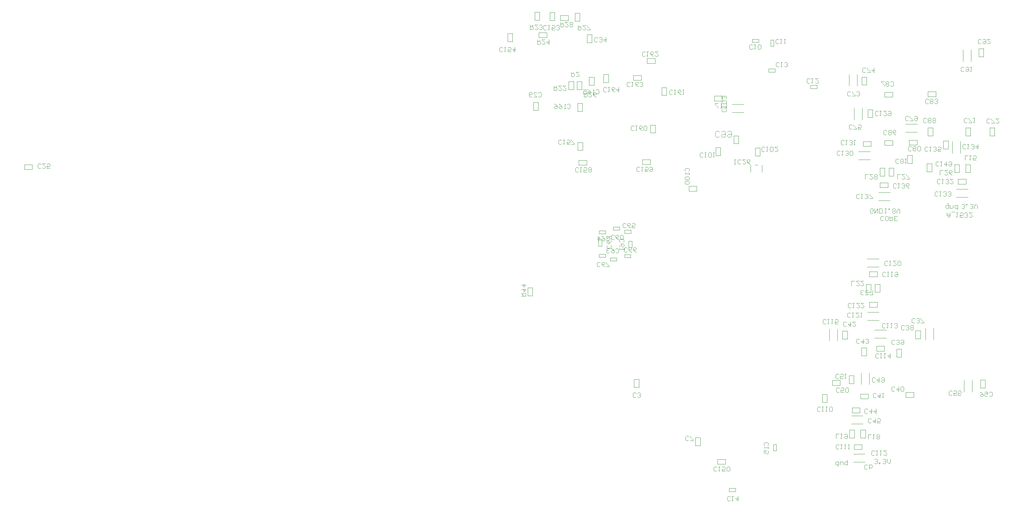
<source format=gbo>
*%FSLAX23Y23*%
*%MOIN*%
G01*
D18*
X13618Y8542D02*
X13625Y8549D01*
X13618Y8542D02*
X13603D01*
X13595Y8549D01*
Y8579D01*
X13603Y8587D01*
X13618D01*
X13625Y8579D01*
Y8564D01*
X13610D01*
X13640Y8587D02*
Y8542D01*
X13670Y8587D01*
Y8542D01*
X13685D02*
Y8587D01*
X13708D01*
X13715Y8579D01*
Y8549D01*
X13708Y8542D01*
X13685D01*
X14360Y8547D02*
Y8517D01*
X14375Y8502D01*
X14390Y8517D01*
Y8547D01*
Y8524D01*
X14360D01*
X14405Y8554D02*
X14435D01*
X14450Y8547D02*
X14465D01*
X14458D01*
Y8502D01*
X14459D01*
X14458D02*
X14450Y8509D01*
X14488Y8502D02*
X14518D01*
X14488D02*
Y8524D01*
X14503Y8517D01*
X14510D01*
X14518Y8524D01*
Y8539D01*
X14510Y8547D01*
X14495D01*
X14488Y8539D01*
X14533Y8509D02*
X14540Y8502D01*
X14555D01*
X14563Y8509D01*
Y8517D01*
X14564D01*
X14563D02*
X14564D01*
X14563D02*
X14564D01*
X14563D02*
X14555Y8524D01*
X14548D01*
X14555D01*
X14563Y8532D01*
Y8539D01*
X14555Y8547D01*
X14540D01*
X14533Y8539D01*
X14578Y8547D02*
X14608D01*
X14578D02*
X14608Y8517D01*
Y8509D01*
X14600Y8502D01*
X14585D01*
X14578Y8509D01*
X14368Y8637D02*
X14360D01*
X14368D02*
X14375Y8629D01*
Y8592D01*
X14353D01*
X14345Y8599D01*
Y8614D01*
X14353Y8622D01*
X14375D01*
X14390D02*
Y8592D01*
X14413D01*
X14420Y8599D01*
Y8622D01*
X14465D02*
Y8577D01*
Y8622D02*
X14443D01*
X14435Y8614D01*
Y8599D01*
X14443Y8592D01*
X14465D01*
X14505Y8594D02*
X14513Y8587D01*
X14528D01*
X14535Y8594D01*
Y8602D01*
X14536D01*
X14535D02*
X14536D01*
X14535D02*
X14536D01*
X14535D02*
X14528Y8609D01*
X14520D01*
X14528D01*
X14535Y8617D01*
Y8624D01*
X14528Y8632D01*
X14513D01*
X14505Y8624D01*
X14550D02*
Y8632D01*
Y8624D02*
X14558D01*
Y8632D01*
X14550D01*
X14588Y8594D02*
X14595Y8587D01*
X14610D01*
X14618Y8594D01*
Y8602D01*
X14619D01*
X14618D02*
X14619D01*
X14618D02*
X14619D01*
X14618D02*
X14610Y8609D01*
X14603D01*
X14610D01*
X14618Y8617D01*
Y8624D01*
X14610Y8632D01*
X14595D01*
X14588Y8624D01*
X14633Y8617D02*
Y8587D01*
Y8617D02*
X14648Y8632D01*
X14663Y8617D01*
Y8587D01*
X13730Y8474D02*
X13723Y8467D01*
X13708D01*
X13700Y8474D01*
Y8504D01*
X13708Y8512D01*
X13723D01*
X13730Y8504D01*
X13753Y8467D02*
X13768D01*
X13753D02*
X13745Y8474D01*
Y8504D01*
X13753Y8512D01*
X13768D01*
X13775Y8504D01*
Y8474D01*
X13768Y8467D01*
X13790D02*
Y8512D01*
Y8467D02*
X13813D01*
X13820Y8474D01*
Y8489D01*
X13813Y8497D01*
X13790D01*
X13805D02*
X13820Y8512D01*
X13835Y8467D02*
X13865D01*
X13835D02*
Y8512D01*
X13865D01*
X13850Y8489D02*
X13835D01*
X13755Y8587D02*
X13740D01*
X13748D02*
X13755D01*
X13748D02*
Y8542D01*
X13749D01*
X13748D02*
X13740Y8549D01*
X13778Y8579D02*
Y8587D01*
Y8579D02*
X13785D01*
Y8587D01*
X13778D01*
X13815Y8549D02*
X13823Y8542D01*
X13838D01*
X13845Y8549D01*
Y8557D01*
X13838Y8564D01*
X13845Y8572D01*
Y8579D01*
X13838Y8587D01*
X13823D01*
X13815Y8579D01*
Y8572D01*
X13823Y8564D01*
X13815Y8557D01*
Y8549D01*
X13823Y8564D02*
X13838D01*
X13860Y8572D02*
Y8542D01*
Y8572D02*
X13875Y8587D01*
X13890Y8572D01*
Y8542D01*
X13273Y6027D02*
X13265D01*
X13273D02*
X13280Y6034D01*
Y6072D01*
X13258D01*
X13250Y6064D01*
Y6049D01*
X13258Y6042D01*
X13280D01*
X13295D02*
Y6072D01*
X13318D01*
X13325Y6064D01*
Y6042D01*
X13370D02*
Y6087D01*
Y6042D02*
X13348D01*
X13340Y6049D01*
Y6064D01*
X13348Y6072D01*
X13370D01*
X13563Y6042D02*
X13570Y6034D01*
X13563Y6042D02*
X13548D01*
X13540Y6034D01*
Y6004D01*
X13548Y5997D01*
X13563D01*
X13570Y6004D01*
X13585Y5997D02*
Y6042D01*
X13608D01*
X13615Y6034D01*
Y6019D01*
X13608Y6012D01*
X13585D01*
X13638Y6090D02*
X13646Y6098D01*
X13661D01*
X13668Y6090D01*
Y6083D01*
X13669D01*
X13668D02*
X13669D01*
X13668D02*
X13669D01*
X13668D02*
X13661Y6075D01*
X13653D01*
X13661D01*
X13668Y6068D01*
Y6060D01*
X13661Y6053D01*
X13646D01*
X13638Y6060D01*
X13683D02*
Y6053D01*
Y6060D02*
X13691D01*
Y6053D01*
X13683D01*
X13721Y6090D02*
X13728Y6098D01*
X13743D01*
X13751Y6090D01*
Y6083D01*
X13752D01*
X13751D02*
X13752D01*
X13751D02*
X13752D01*
X13751D02*
X13743Y6075D01*
X13736D01*
X13743D01*
X13751Y6068D01*
Y6060D01*
X13743Y6053D01*
X13728D01*
X13721Y6060D01*
X13766Y6068D02*
Y6098D01*
Y6068D02*
X13781Y6053D01*
X13796Y6068D01*
Y6098D01*
X14693Y10227D02*
X14700Y10234D01*
X14693Y10227D02*
X14678D01*
X14670Y10234D01*
Y10264D01*
X14678Y10272D01*
X14693D01*
X14700Y10264D01*
X14715D02*
X14723Y10272D01*
X14738D01*
X14745Y10264D01*
Y10234D01*
X14738Y10227D01*
X14723D01*
X14715Y10234D01*
Y10242D01*
X14723Y10249D01*
X14745D01*
X14760Y10272D02*
X14790D01*
X14760D02*
X14790Y10242D01*
Y10234D01*
X14783Y10227D01*
X14768D01*
X14760Y10234D01*
X14785Y9444D02*
X14778Y9437D01*
X14763D01*
X14755Y9444D01*
Y9474D01*
X14763Y9482D01*
X14778D01*
X14785Y9474D01*
X14800Y9437D02*
X14830D01*
Y9444D01*
X14800Y9474D01*
Y9482D01*
X14845D02*
X14875D01*
X14845D02*
X14875Y9452D01*
Y9444D01*
X14868Y9437D01*
X14853D01*
X14845Y9444D01*
X14784Y6765D02*
X14777Y6757D01*
X14784Y6765D02*
X14799D01*
X14807Y6757D01*
Y6727D01*
X14799Y6720D01*
X14784D01*
X14777Y6727D01*
X14762Y6765D02*
X14732D01*
X14762D02*
Y6742D01*
X14747Y6750D01*
X14739D01*
X14732Y6742D01*
Y6727D01*
X14739Y6720D01*
X14754D01*
X14762Y6727D01*
X14702Y6757D02*
X14687Y6765D01*
X14702Y6757D02*
X14717Y6742D01*
Y6727D01*
X14709Y6720D01*
X14694D01*
X14687Y6727D01*
Y6735D01*
X14694Y6742D01*
X14717D01*
X14522Y9951D02*
X14529Y9958D01*
X14522Y9951D02*
X14507D01*
X14499Y9958D01*
Y9988D01*
X14507Y9996D01*
X14522D01*
X14529Y9988D01*
X14544D02*
X14552Y9996D01*
X14567D01*
X14574Y9988D01*
Y9958D01*
X14567Y9951D01*
X14552D01*
X14544Y9958D01*
Y9966D01*
X14552Y9973D01*
X14574D01*
X14589Y9996D02*
X14604D01*
X14597D01*
Y9951D01*
X14598D01*
X14597D02*
X14589Y9958D01*
X14175Y9639D02*
X14168Y9632D01*
X14153D01*
X14145Y9639D01*
Y9669D01*
X14153Y9677D01*
X14168D01*
X14175Y9669D01*
X14190Y9639D02*
X14198Y9632D01*
X14213D01*
X14220Y9639D01*
Y9647D01*
X14213Y9654D01*
X14220Y9662D01*
Y9669D01*
X14213Y9677D01*
X14198D01*
X14190Y9669D01*
Y9662D01*
X14198Y9654D01*
X14190Y9647D01*
Y9639D01*
X14198Y9654D02*
X14213D01*
X14235Y9639D02*
X14243Y9632D01*
X14258D01*
X14265Y9639D01*
Y9647D01*
X14266D01*
X14265D02*
X14266D01*
X14265D02*
X14266D01*
X14265D02*
X14258Y9654D01*
X14250D01*
X14258D01*
X14265Y9662D01*
Y9669D01*
X14258Y9677D01*
X14243D01*
X14235Y9669D01*
X13400Y9714D02*
X13393Y9707D01*
X13378D01*
X13370Y9714D01*
Y9744D01*
X13378Y9752D01*
X13393D01*
X13400Y9744D01*
X13415Y9707D02*
X13445D01*
Y9714D01*
X13415Y9744D01*
Y9752D01*
X13460Y9714D02*
X13468Y9707D01*
X13483D01*
X13490Y9714D01*
Y9722D01*
X13491D01*
X13490D02*
X13491D01*
X13490D02*
X13491D01*
X13490D02*
X13483Y9729D01*
X13475D01*
X13483D01*
X13490Y9737D01*
Y9744D01*
X13483Y9752D01*
X13468D01*
X13460Y9744D01*
X14538Y9182D02*
X14545Y9189D01*
X14538Y9182D02*
X14523D01*
X14515Y9189D01*
Y9219D01*
X14523Y9227D01*
X14538D01*
X14545Y9219D01*
X14560Y9227D02*
X14575D01*
X14568D01*
Y9182D01*
X14569D01*
X14568D02*
X14560Y9189D01*
X14598D02*
X14605Y9182D01*
X14620D01*
X14628Y9189D01*
Y9197D01*
X14629D01*
X14628D02*
X14629D01*
X14628D02*
X14629D01*
X14628D02*
X14620Y9204D01*
X14613D01*
X14620D01*
X14628Y9212D01*
Y9219D01*
X14620Y9227D01*
X14605D01*
X14598Y9219D01*
X14665Y9227D02*
Y9182D01*
X14643Y9204D01*
X14673D01*
X14537Y9116D02*
Y9071D01*
Y9116D02*
X14567D01*
X14582D02*
X14597D01*
X14590D01*
Y9071D01*
X14591D01*
X14590D02*
X14582Y9078D01*
X14620Y9071D02*
X14650D01*
X14620D02*
Y9093D01*
X14635Y9086D01*
X14642D01*
X14650Y9093D01*
Y9108D01*
X14642Y9116D01*
X14627D01*
X14620Y9108D01*
X14278Y9018D02*
X14271Y9011D01*
X14256D01*
X14248Y9018D01*
Y9048D01*
X14256Y9056D01*
X14271D01*
X14278Y9048D01*
X14293Y9056D02*
X14308D01*
X14301D01*
Y9011D01*
X14302D01*
X14301D02*
X14293Y9018D01*
X14353Y9011D02*
Y9056D01*
X14331Y9033D02*
X14353Y9011D01*
X14361Y9033D02*
X14331D01*
X14376Y9048D02*
X14383Y9056D01*
X14398D01*
X14406Y9048D01*
Y9018D01*
X14398Y9011D01*
X14383D01*
X14376Y9018D01*
Y9026D01*
X14383Y9033D01*
X14406D01*
X14289Y8968D02*
Y8923D01*
Y8968D02*
X14319D01*
X14334D02*
X14364D01*
X14334D02*
X14364Y8938D01*
Y8930D01*
X14357Y8923D01*
X14342D01*
X14334Y8930D01*
X14394D02*
X14409Y8923D01*
X14394Y8930D02*
X14379Y8945D01*
Y8960D01*
X14387Y8968D01*
X14402D01*
X14409Y8960D01*
Y8953D01*
X14402Y8945D01*
X14379D01*
X14292Y8842D02*
X14285Y8835D01*
X14270D01*
X14262Y8842D01*
Y8872D01*
X14270Y8880D01*
X14285D01*
X14292Y8872D01*
X14307Y8880D02*
X14322D01*
X14315D01*
Y8835D01*
X14316D01*
X14315D02*
X14307Y8842D01*
X14345D02*
X14352Y8835D01*
X14367D01*
X14375Y8842D01*
Y8850D01*
X14376D01*
X14375D02*
X14376D01*
X14375D02*
X14376D01*
X14375D02*
X14367Y8857D01*
X14360D01*
X14367D01*
X14375Y8865D01*
Y8872D01*
X14367Y8880D01*
X14352D01*
X14345Y8872D01*
X14390Y8880D02*
X14420D01*
X14390D02*
X14420Y8850D01*
Y8842D01*
X14412Y8835D01*
X14397D01*
X14390Y8842D01*
X14270Y8719D02*
X14263Y8712D01*
X14248D01*
X14240Y8719D01*
Y8749D01*
X14248Y8757D01*
X14263D01*
X14270Y8749D01*
X14285Y8757D02*
X14300D01*
X14293D01*
Y8712D01*
X14294D01*
X14293D02*
X14285Y8719D01*
X14323D02*
X14330Y8712D01*
X14345D01*
X14353Y8719D01*
Y8727D01*
X14354D01*
X14353D02*
X14354D01*
X14353D02*
X14354D01*
X14353D02*
X14345Y8734D01*
X14338D01*
X14345D01*
X14353Y8742D01*
Y8749D01*
X14345Y8757D01*
X14330D01*
X14323Y8749D01*
X14368Y8719D02*
X14375Y8712D01*
X14390D01*
X14398Y8719D01*
Y8727D01*
X14399D01*
X14398D02*
X14399D01*
X14398D02*
X14399D01*
X14398D02*
X14390Y8734D01*
X14383D01*
X14390D01*
X14398Y8742D01*
Y8749D01*
X14390Y8757D01*
X14375D01*
X14368Y8749D01*
X13865Y8882D02*
Y8927D01*
X13895D01*
X13910D02*
X13940D01*
X13910D02*
X13940Y8897D01*
Y8889D01*
X13933Y8882D01*
X13918D01*
X13910Y8889D01*
X13955Y8882D02*
X13985D01*
Y8889D01*
X13955Y8919D01*
Y8927D01*
X14163Y9157D02*
X14170Y9164D01*
X14163Y9157D02*
X14148D01*
X14140Y9164D01*
Y9194D01*
X14148Y9202D01*
X14163D01*
X14170Y9194D01*
X14185Y9202D02*
X14200D01*
X14193D01*
Y9157D01*
X14194D01*
X14193D02*
X14185Y9164D01*
X14223D02*
X14230Y9157D01*
X14245D01*
X14253Y9164D01*
Y9172D01*
X14254D01*
X14253D02*
X14254D01*
X14253D02*
X14254D01*
X14253D02*
X14245Y9179D01*
X14238D01*
X14245D01*
X14253Y9187D01*
Y9194D01*
X14245Y9202D01*
X14230D01*
X14223Y9194D01*
X14268Y9157D02*
X14298D01*
X14268D02*
Y9179D01*
X14283Y9172D01*
X14290D01*
X14298Y9179D01*
Y9194D01*
X14290Y9202D01*
X14275D01*
X14268Y9194D01*
X14553Y9442D02*
X14560Y9449D01*
X14553Y9442D02*
X14538D01*
X14530Y9449D01*
Y9479D01*
X14538Y9487D01*
X14553D01*
X14560Y9479D01*
X14575Y9442D02*
X14605D01*
Y9449D01*
X14575Y9479D01*
Y9487D01*
X14620D02*
X14635D01*
X14628D01*
Y9442D01*
X14629D01*
X14628D02*
X14620Y9449D01*
X13975Y9469D02*
X13968Y9462D01*
X13953D01*
X13945Y9469D01*
Y9499D01*
X13953Y9507D01*
X13968D01*
X13975Y9499D01*
X13990Y9462D02*
X14020D01*
Y9469D01*
X13990Y9499D01*
Y9507D01*
X14035Y9499D02*
X14043Y9507D01*
X14058D01*
X14065Y9499D01*
Y9469D01*
X14058Y9462D01*
X14043D01*
X14035Y9469D01*
Y9477D01*
X14043Y9484D01*
X14065D01*
X13880Y9044D02*
X13873Y9037D01*
X13858D01*
X13850Y9044D01*
Y9074D01*
X13858Y9082D01*
X13873D01*
X13880Y9074D01*
X13895Y9044D02*
X13903Y9037D01*
X13918D01*
X13925Y9044D01*
Y9052D01*
X13918Y9059D01*
X13925Y9067D01*
Y9074D01*
X13918Y9082D01*
X13903D01*
X13895Y9074D01*
Y9067D01*
X13903Y9059D01*
X13895Y9052D01*
Y9044D01*
X13903Y9059D02*
X13918D01*
X13940Y9082D02*
X13955D01*
X13948D01*
Y9037D01*
X13949D01*
X13948D02*
X13940Y9044D01*
X13998Y9162D02*
X14005Y9169D01*
X13998Y9162D02*
X13983D01*
X13975Y9169D01*
Y9199D01*
X13983Y9207D01*
X13998D01*
X14005Y9199D01*
X14020Y9169D02*
X14028Y9162D01*
X14043D01*
X14050Y9169D01*
Y9177D01*
X14043Y9184D01*
X14050Y9192D01*
Y9199D01*
X14043Y9207D01*
X14028D01*
X14020Y9199D01*
Y9192D01*
X14028Y9184D01*
X14020Y9177D01*
Y9169D01*
X14028Y9184D02*
X14043D01*
X14065Y9169D02*
X14073Y9162D01*
X14088D01*
X14095Y9169D01*
Y9199D01*
X14088Y9207D01*
X14073D01*
X14065Y9199D01*
Y9169D01*
X14148Y9442D02*
X14155Y9449D01*
X14148Y9442D02*
X14133D01*
X14125Y9449D01*
Y9479D01*
X14133Y9487D01*
X14148D01*
X14155Y9479D01*
X14170Y9449D02*
X14178Y9442D01*
X14193D01*
X14200Y9449D01*
Y9457D01*
X14193Y9464D01*
X14200Y9472D01*
Y9479D01*
X14193Y9487D01*
X14178D01*
X14170Y9479D01*
Y9472D01*
X14178Y9464D01*
X14170Y9457D01*
Y9449D01*
X14178Y9464D02*
X14193D01*
X14215Y9449D02*
X14223Y9442D01*
X14238D01*
X14245Y9449D01*
Y9457D01*
X14238Y9464D01*
X14245Y9472D01*
Y9479D01*
X14238Y9487D01*
X14223D01*
X14215Y9479D01*
Y9472D01*
X14223Y9464D01*
X14215Y9457D01*
Y9449D01*
X14223Y9464D02*
X14238D01*
X13855Y8799D02*
X13848Y8792D01*
X13833D01*
X13825Y8799D01*
Y8829D01*
X13833Y8837D01*
X13848D01*
X13855Y8829D01*
X13870Y8837D02*
X13885D01*
X13878D01*
Y8792D01*
X13879D01*
X13878D02*
X13870Y8799D01*
X13908D02*
X13915Y8792D01*
X13930D01*
X13938Y8799D01*
Y8807D01*
X13939D01*
X13938D02*
X13939D01*
X13938D02*
X13939D01*
X13938D02*
X13930Y8814D01*
X13923D01*
X13930D01*
X13938Y8822D01*
Y8829D01*
X13930Y8837D01*
X13915D01*
X13908Y8829D01*
X13968Y8799D02*
X13983Y8792D01*
X13968Y8799D02*
X13953Y8814D01*
Y8829D01*
X13960Y8837D01*
X13975D01*
X13983Y8829D01*
Y8822D01*
X13975Y8814D01*
X13953D01*
X13490Y8694D02*
X13483Y8687D01*
X13468D01*
X13460Y8694D01*
Y8724D01*
X13468Y8732D01*
X13483D01*
X13490Y8724D01*
X13505Y8732D02*
X13520D01*
X13513D01*
Y8687D01*
X13514D01*
X13513D02*
X13505Y8694D01*
X13543D02*
X13550Y8687D01*
X13565D01*
X13573Y8694D01*
Y8702D01*
X13574D01*
X13573D02*
X13574D01*
X13573D02*
X13574D01*
X13573D02*
X13565Y8709D01*
X13558D01*
X13565D01*
X13573Y8717D01*
Y8724D01*
X13565Y8732D01*
X13550D01*
X13543Y8724D01*
X13588Y8687D02*
X13618D01*
Y8694D01*
X13588Y8724D01*
Y8732D01*
X13753Y9322D02*
X13760Y9329D01*
X13753Y9322D02*
X13738D01*
X13730Y9329D01*
Y9359D01*
X13738Y9367D01*
X13753D01*
X13760Y9359D01*
X13775Y9329D02*
X13783Y9322D01*
X13798D01*
X13805Y9329D01*
Y9337D01*
X13798Y9344D01*
X13805Y9352D01*
Y9359D01*
X13798Y9367D01*
X13783D01*
X13775Y9359D01*
Y9352D01*
X13783Y9344D01*
X13775Y9337D01*
Y9329D01*
X13783Y9344D02*
X13798D01*
X13835Y9329D02*
X13850Y9322D01*
X13835Y9329D02*
X13820Y9344D01*
Y9359D01*
X13828Y9367D01*
X13843D01*
X13850Y9359D01*
Y9352D01*
X13843Y9344D01*
X13820D01*
X13795Y9844D02*
X13802Y9851D01*
X13817D01*
X13825Y9844D01*
Y9814D01*
X13817Y9806D01*
X13802D01*
X13795Y9814D01*
X13780Y9844D02*
X13772Y9851D01*
X13757D01*
X13750Y9844D01*
Y9836D01*
X13757Y9829D01*
X13750Y9821D01*
Y9814D01*
X13757Y9806D01*
X13772D01*
X13780Y9814D01*
Y9821D01*
X13772Y9829D01*
X13780Y9836D01*
Y9844D01*
X13772Y9829D02*
X13757D01*
X13735Y9851D02*
X13705D01*
Y9844D01*
X13735Y9814D01*
Y9806D01*
X13295Y9124D02*
X13288Y9117D01*
X13273D01*
X13265Y9124D01*
Y9154D01*
X13273Y9162D01*
X13288D01*
X13295Y9154D01*
X13310Y9162D02*
X13325D01*
X13318D01*
Y9117D01*
X13319D01*
X13318D02*
X13310Y9124D01*
X13348D02*
X13355Y9117D01*
X13370D01*
X13378Y9124D01*
Y9132D01*
X13379D01*
X13378D02*
X13379D01*
X13378D02*
X13379D01*
X13378D02*
X13370Y9139D01*
X13363D01*
X13370D01*
X13378Y9147D01*
Y9154D01*
X13370Y9162D01*
X13355D01*
X13348Y9154D01*
X13393Y9124D02*
X13400Y9117D01*
X13415D01*
X13423Y9124D01*
Y9154D01*
X13415Y9162D01*
X13400D01*
X13393Y9154D01*
Y9124D01*
X13545Y8927D02*
Y8882D01*
Y8927D02*
X13575D01*
X13590D02*
X13620D01*
X13590D02*
X13620Y8897D01*
Y8889D01*
X13613Y8882D01*
X13598D01*
X13590Y8889D01*
X13635D02*
X13643Y8882D01*
X13658D01*
X13665Y8889D01*
Y8897D01*
X13658Y8904D01*
X13665Y8912D01*
Y8919D01*
X13658Y8927D01*
X13643D01*
X13635Y8919D01*
Y8912D01*
X13643Y8904D01*
X13635Y8897D01*
Y8889D01*
X13643Y8904D02*
X13658D01*
X13543Y9942D02*
X13550Y9949D01*
X13543Y9942D02*
X13528D01*
X13520Y9949D01*
Y9979D01*
X13528Y9987D01*
X13543D01*
X13550Y9979D01*
X13565Y9942D02*
X13595D01*
Y9949D01*
X13565Y9979D01*
Y9987D01*
X13633D02*
Y9942D01*
X13610Y9964D01*
X13640D01*
X13675Y9519D02*
X13668Y9512D01*
X13653D01*
X13645Y9519D01*
Y9549D01*
X13653Y9557D01*
X13668D01*
X13675Y9549D01*
X13690Y9557D02*
X13705D01*
X13698D01*
Y9512D01*
X13699D01*
X13698D02*
X13690Y9519D01*
X13728Y9557D02*
X13758D01*
X13728D02*
X13758Y9527D01*
Y9519D01*
X13750Y9512D01*
X13735D01*
X13728Y9519D01*
X13773Y9549D02*
X13780Y9557D01*
X13795D01*
X13803Y9549D01*
Y9519D01*
X13795Y9512D01*
X13780D01*
X13773Y9519D01*
Y9527D01*
X13780Y9534D01*
X13803D01*
X13415Y9384D02*
X13408Y9377D01*
X13393D01*
X13385Y9384D01*
Y9414D01*
X13393Y9422D01*
X13408D01*
X13415Y9414D01*
X13430Y9377D02*
X13460D01*
Y9384D01*
X13430Y9414D01*
Y9422D01*
X13475Y9377D02*
X13505D01*
X13475D02*
Y9399D01*
X13490Y9392D01*
X13498D01*
X13505Y9399D01*
Y9414D01*
X13498Y9422D01*
X13483D01*
X13475Y9414D01*
X13335Y9229D02*
X13328Y9222D01*
X13313D01*
X13305Y9229D01*
Y9259D01*
X13313Y9267D01*
X13328D01*
X13335Y9259D01*
X13350Y9267D02*
X13365D01*
X13358D01*
Y9222D01*
X13359D01*
X13358D02*
X13350Y9229D01*
X13388D02*
X13395Y9222D01*
X13410D01*
X13418Y9229D01*
Y9237D01*
X13419D01*
X13418D02*
X13419D01*
X13418D02*
X13419D01*
X13418D02*
X13410Y9244D01*
X13403D01*
X13410D01*
X13418Y9252D01*
Y9259D01*
X13410Y9267D01*
X13395D01*
X13388Y9259D01*
X13433Y9267D02*
X13448D01*
X13440D01*
Y9222D01*
X13441D01*
X13440D02*
X13433Y9229D01*
X13619Y7776D02*
Y7731D01*
X13589D01*
X13574D02*
X13544D01*
X13574D02*
X13544Y7761D01*
Y7768D01*
X13551Y7776D01*
X13566D01*
X13574Y7768D01*
X13529D02*
X13521Y7776D01*
X13506D01*
X13499Y7768D01*
Y7761D01*
X13500D01*
X13499D02*
X13500D01*
X13499D02*
X13500D01*
X13499D02*
X13506Y7753D01*
X13514D01*
X13506D01*
X13499Y7746D01*
Y7738D01*
X13506Y7731D01*
X13521D01*
X13529Y7738D01*
X13763Y8022D02*
X13770Y8029D01*
X13763Y8022D02*
X13748D01*
X13740Y8029D01*
Y8059D01*
X13748Y8067D01*
X13763D01*
X13770Y8059D01*
X13785Y8067D02*
X13800D01*
X13793D01*
Y8022D01*
X13794D01*
X13793D02*
X13785Y8029D01*
X13823Y8067D02*
X13853D01*
X13823D02*
X13853Y8037D01*
Y8029D01*
X13845Y8022D01*
X13830D01*
X13823Y8029D01*
X13868D02*
X13875Y8022D01*
X13890D01*
X13898Y8029D01*
Y8059D01*
X13890Y8067D01*
X13875D01*
X13868Y8059D01*
Y8029D01*
X13750Y7919D02*
X13743Y7912D01*
X13728D01*
X13720Y7919D01*
Y7949D01*
X13728Y7957D01*
X13743D01*
X13750Y7949D01*
X13765Y7957D02*
X13780D01*
X13773D01*
Y7912D01*
X13774D01*
X13773D02*
X13765Y7919D01*
X13803Y7957D02*
X13818D01*
X13810D01*
Y7912D01*
X13811D01*
X13810D02*
X13803Y7919D01*
X13840Y7949D02*
X13848Y7957D01*
X13863D01*
X13870Y7949D01*
Y7919D01*
X13863Y7912D01*
X13848D01*
X13840Y7919D01*
Y7927D01*
X13848Y7934D01*
X13870D01*
X14410Y6739D02*
X14403Y6732D01*
X14388D01*
X14380Y6739D01*
Y6769D01*
X14388Y6777D01*
X14403D01*
X14410Y6769D01*
X14425Y6732D02*
X14455D01*
X14425D02*
Y6754D01*
X14440Y6747D01*
X14448D01*
X14455Y6754D01*
Y6769D01*
X14448Y6777D01*
X14433D01*
X14425Y6769D01*
X14470Y6732D02*
X14500D01*
X14470D02*
Y6754D01*
X14485Y6747D01*
X14493D01*
X14500Y6754D01*
Y6769D01*
X14493Y6777D01*
X14478D01*
X14470Y6769D01*
X13840Y6779D02*
X13833Y6772D01*
X13818D01*
X13810Y6779D01*
Y6809D01*
X13818Y6817D01*
X13833D01*
X13840Y6809D01*
X13878Y6817D02*
Y6772D01*
X13855Y6794D01*
X13885D01*
X13900Y6779D02*
X13908Y6772D01*
X13923D01*
X13930Y6779D01*
Y6809D01*
X13923Y6817D01*
X13908D01*
X13900Y6809D01*
Y6779D01*
X13655Y6714D02*
X13648Y6707D01*
X13633D01*
X13625Y6714D01*
Y6744D01*
X13633Y6752D01*
X13648D01*
X13655Y6744D01*
X13693Y6752D02*
Y6707D01*
X13670Y6729D01*
X13700D01*
X13715Y6752D02*
X13730D01*
X13723D01*
Y6707D01*
X13724D01*
X13723D02*
X13715Y6714D01*
X13483Y7247D02*
X13490Y7254D01*
X13483Y7247D02*
X13468D01*
X13460Y7254D01*
Y7284D01*
X13468Y7292D01*
X13483D01*
X13490Y7284D01*
X13528Y7292D02*
Y7247D01*
X13505Y7269D01*
X13535D01*
X13550Y7254D02*
X13558Y7247D01*
X13573D01*
X13580Y7254D01*
Y7262D01*
X13581D01*
X13580D02*
X13581D01*
X13580D02*
X13581D01*
X13580D02*
X13573Y7269D01*
X13565D01*
X13573D01*
X13580Y7277D01*
Y7284D01*
X13573Y7292D01*
X13558D01*
X13550Y7284D01*
X13155Y7449D02*
X13148Y7442D01*
X13133D01*
X13125Y7449D01*
Y7479D01*
X13133Y7487D01*
X13148D01*
X13155Y7479D01*
X13170Y7487D02*
X13185D01*
X13178D01*
Y7442D01*
X13179D01*
X13178D02*
X13170Y7449D01*
X13208Y7487D02*
X13223D01*
X13215D01*
Y7442D01*
X13216D01*
X13215D02*
X13208Y7449D01*
X13245Y7442D02*
X13275D01*
X13245D02*
Y7464D01*
X13260Y7457D01*
X13268D01*
X13275Y7464D01*
Y7479D01*
X13268Y7487D01*
X13253D01*
X13245Y7479D01*
X13353Y7417D02*
X13360Y7424D01*
X13353Y7417D02*
X13338D01*
X13330Y7424D01*
Y7454D01*
X13338Y7462D01*
X13353D01*
X13360Y7454D01*
X13398Y7462D02*
Y7417D01*
X13375Y7439D01*
X13405D01*
X13420Y7462D02*
X13450D01*
X13420D02*
X13450Y7432D01*
Y7424D01*
X13443Y7417D01*
X13428D01*
X13420Y7424D01*
X13410Y7822D02*
Y7867D01*
X13440D01*
X13455D02*
X13485D01*
X13455D02*
X13485Y7837D01*
Y7829D01*
X13478Y7822D01*
X13463D01*
X13455Y7829D01*
X13500Y7867D02*
X13530D01*
X13500D02*
X13530Y7837D01*
Y7829D01*
X13523Y7822D01*
X13508D01*
X13500Y7829D01*
X13745Y7409D02*
X13738Y7402D01*
X13723D01*
X13715Y7409D01*
Y7439D01*
X13723Y7447D01*
X13738D01*
X13745Y7439D01*
X13760Y7447D02*
X13775D01*
X13768D01*
Y7402D01*
X13769D01*
X13768D02*
X13760Y7409D01*
X13798Y7447D02*
X13813D01*
X13805D01*
Y7402D01*
X13806D01*
X13805D02*
X13798Y7409D01*
X13835D02*
X13843Y7402D01*
X13858D01*
X13865Y7409D01*
Y7417D01*
X13866D01*
X13865D02*
X13866D01*
X13865D02*
X13866D01*
X13865D02*
X13858Y7424D01*
X13850D01*
X13858D01*
X13865Y7432D01*
Y7439D01*
X13858Y7447D01*
X13843D01*
X13835Y7439D01*
X13680Y7109D02*
X13673Y7102D01*
X13658D01*
X13650Y7109D01*
Y7139D01*
X13658Y7147D01*
X13673D01*
X13680Y7139D01*
X13695Y7147D02*
X13710D01*
X13703D01*
Y7102D01*
X13704D01*
X13703D02*
X13695Y7109D01*
X13733Y7147D02*
X13748D01*
X13740D01*
Y7102D01*
X13741D01*
X13740D02*
X13733Y7109D01*
X13793Y7102D02*
Y7147D01*
X13770Y7124D02*
X13793Y7102D01*
X13800Y7124D02*
X13770D01*
X13393Y7507D02*
X13400Y7514D01*
X13393Y7507D02*
X13378D01*
X13370Y7514D01*
Y7544D01*
X13378Y7552D01*
X13393D01*
X13400Y7544D01*
X13415Y7552D02*
X13430D01*
X13423D01*
Y7507D01*
X13424D01*
X13423D02*
X13415Y7514D01*
X13453Y7552D02*
X13483D01*
X13453D02*
X13483Y7522D01*
Y7514D01*
X13475Y7507D01*
X13460D01*
X13453Y7514D01*
X13498Y7552D02*
X13513D01*
X13505D01*
Y7507D01*
X13506D01*
X13505D02*
X13498Y7514D01*
X13405Y7609D02*
X13398Y7602D01*
X13383D01*
X13375Y7609D01*
Y7639D01*
X13383Y7647D01*
X13398D01*
X13405Y7639D01*
X13420Y7647D02*
X13435D01*
X13428D01*
Y7602D01*
X13429D01*
X13428D02*
X13420Y7609D01*
X13458Y7647D02*
X13488D01*
X13458D02*
X13488Y7617D01*
Y7609D01*
X13480Y7602D01*
X13465D01*
X13458Y7609D01*
X13503Y7647D02*
X13533D01*
X13503D02*
X13533Y7617D01*
Y7609D01*
X13525Y7602D01*
X13510D01*
X13503Y7609D01*
X13840Y7244D02*
X13833Y7237D01*
X13818D01*
X13810Y7244D01*
Y7274D01*
X13818Y7282D01*
X13833D01*
X13840Y7274D01*
X13855Y7244D02*
X13863Y7237D01*
X13878D01*
X13885Y7244D01*
Y7252D01*
X13886D01*
X13885D02*
X13886D01*
X13885D02*
X13886D01*
X13885D02*
X13878Y7259D01*
X13870D01*
X13878D01*
X13885Y7267D01*
Y7274D01*
X13878Y7282D01*
X13863D01*
X13855Y7274D01*
X13900D02*
X13908Y7282D01*
X13923D01*
X13930Y7274D01*
Y7244D01*
X13923Y7237D01*
X13908D01*
X13900Y7244D01*
Y7252D01*
X13908Y7259D01*
X13930D01*
X13928Y7382D02*
X13935Y7389D01*
X13928Y7382D02*
X13913D01*
X13905Y7389D01*
Y7419D01*
X13913Y7427D01*
X13928D01*
X13935Y7419D01*
X13950Y7389D02*
X13958Y7382D01*
X13973D01*
X13980Y7389D01*
Y7397D01*
X13981D01*
X13980D02*
X13981D01*
X13980D02*
X13981D01*
X13980D02*
X13973Y7404D01*
X13965D01*
X13973D01*
X13980Y7412D01*
Y7419D01*
X13973Y7427D01*
X13958D01*
X13950Y7419D01*
X13995Y7389D02*
X14003Y7382D01*
X14018D01*
X14025Y7389D01*
Y7397D01*
X14018Y7404D01*
X14025Y7412D01*
Y7419D01*
X14018Y7427D01*
X14003D01*
X13995Y7419D01*
Y7412D01*
X14003Y7404D01*
X13995Y7397D01*
Y7389D01*
X14003Y7404D02*
X14018D01*
X14033Y7452D02*
X14040Y7459D01*
X14033Y7452D02*
X14018D01*
X14010Y7459D01*
Y7489D01*
X14018Y7497D01*
X14033D01*
X14040Y7489D01*
X14055Y7459D02*
X14063Y7452D01*
X14078D01*
X14085Y7459D01*
Y7467D01*
X14086D01*
X14085D02*
X14086D01*
X14085D02*
X14086D01*
X14085D02*
X14078Y7474D01*
X14070D01*
X14078D01*
X14085Y7482D01*
Y7489D01*
X14078Y7497D01*
X14063D01*
X14055Y7489D01*
X14100Y7452D02*
X14130D01*
Y7459D01*
X14100Y7489D01*
Y7497D01*
X13645Y6869D02*
X13638Y6862D01*
X13623D01*
X13615Y6869D01*
Y6899D01*
X13623Y6907D01*
X13638D01*
X13645Y6899D01*
X13683Y6907D02*
Y6862D01*
X13660Y6884D01*
X13690D01*
X13705Y6899D02*
X13713Y6907D01*
X13728D01*
X13735Y6899D01*
Y6869D01*
X13728Y6862D01*
X13713D01*
X13705Y6869D01*
Y6877D01*
X13713Y6884D01*
X13735D01*
X13288Y6769D02*
X13281Y6762D01*
X13266D01*
X13258Y6769D01*
Y6799D01*
X13266Y6807D01*
X13281D01*
X13288Y6799D01*
X13303Y6762D02*
X13333D01*
X13303D02*
Y6784D01*
X13318Y6777D01*
X13326D01*
X13333Y6784D01*
Y6799D01*
X13326Y6807D01*
X13311D01*
X13303Y6799D01*
X13348Y6769D02*
X13356Y6762D01*
X13371D01*
X13378Y6769D01*
Y6799D01*
X13371Y6807D01*
X13356D01*
X13348Y6799D01*
Y6769D01*
X13274Y6899D02*
X13281Y6906D01*
X13274Y6899D02*
X13259D01*
X13251Y6906D01*
Y6936D01*
X13259Y6944D01*
X13274D01*
X13281Y6936D01*
X13296Y6899D02*
X13326D01*
X13296D02*
Y6921D01*
X13311Y6914D01*
X13319D01*
X13326Y6921D01*
Y6936D01*
X13319Y6944D01*
X13304D01*
X13296Y6936D01*
X13341Y6944D02*
X13356D01*
X13349D01*
Y6899D01*
X13350D01*
X13349D02*
X13341Y6906D01*
X13638Y6143D02*
X13631Y6136D01*
X13616D01*
X13608Y6143D01*
Y6173D01*
X13616Y6181D01*
X13631D01*
X13638Y6173D01*
X13653Y6181D02*
X13668D01*
X13661D01*
Y6136D01*
X13662D01*
X13661D02*
X13653Y6143D01*
X13691Y6181D02*
X13706D01*
X13698D01*
Y6136D01*
X13699D01*
X13698D02*
X13691Y6143D01*
X13728Y6181D02*
X13758D01*
X13728D02*
X13758Y6151D01*
Y6143D01*
X13751Y6136D01*
X13736D01*
X13728Y6143D01*
X13563Y6552D02*
X13570Y6559D01*
X13563Y6552D02*
X13548D01*
X13540Y6559D01*
Y6589D01*
X13548Y6597D01*
X13563D01*
X13570Y6589D01*
X13608Y6597D02*
Y6552D01*
X13585Y6574D01*
X13615D01*
X13653Y6597D02*
Y6552D01*
X13630Y6574D01*
X13660D01*
X13606Y6464D02*
X13599Y6457D01*
X13584D01*
X13576Y6464D01*
Y6494D01*
X13584Y6502D01*
X13599D01*
X13606Y6494D01*
X13644Y6502D02*
Y6457D01*
X13621Y6479D01*
X13651D01*
X13666Y6457D02*
X13696D01*
X13666D02*
Y6479D01*
X13681Y6472D01*
X13689D01*
X13696Y6479D01*
Y6494D01*
X13689Y6502D01*
X13674D01*
X13666Y6494D01*
X13576Y6342D02*
Y6297D01*
Y6342D02*
X13606D01*
X13621D02*
X13636D01*
X13629D01*
Y6297D01*
X13630D01*
X13629D02*
X13621Y6304D01*
X13659D02*
X13666Y6297D01*
X13681D01*
X13689Y6304D01*
Y6312D01*
X13681Y6319D01*
X13689Y6327D01*
Y6334D01*
X13681Y6342D01*
X13666D01*
X13659Y6334D01*
Y6327D01*
X13666Y6319D01*
X13659Y6312D01*
Y6304D01*
X13666Y6319D02*
X13681D01*
X13255Y6302D02*
Y6347D01*
X13285D01*
X13300D02*
X13315D01*
X13308D01*
Y6302D01*
X13309D01*
X13308D02*
X13300Y6309D01*
X13338Y6339D02*
X13345Y6347D01*
X13360D01*
X13368Y6339D01*
Y6309D01*
X13360Y6302D01*
X13345D01*
X13338Y6309D01*
Y6317D01*
X13345Y6324D01*
X13368D01*
X13285Y6204D02*
X13278Y6197D01*
X13263D01*
X13255Y6204D01*
Y6234D01*
X13263Y6242D01*
X13278D01*
X13285Y6234D01*
X13300Y6242D02*
X13315D01*
X13308D01*
Y6197D01*
X13309D01*
X13308D02*
X13300Y6204D01*
X13338Y6242D02*
X13353D01*
X13345D01*
Y6197D01*
X13346D01*
X13345D02*
X13338Y6204D01*
X13375Y6242D02*
X13390D01*
X13383D01*
Y6197D01*
X13384D01*
X13383D02*
X13375Y6204D01*
X13093Y6572D02*
X13100Y6579D01*
X13093Y6572D02*
X13078D01*
X13070Y6579D01*
Y6609D01*
X13078Y6617D01*
X13093D01*
X13100Y6609D01*
X13115Y6617D02*
X13130D01*
X13123D01*
Y6572D01*
X13124D01*
X13123D02*
X13115Y6579D01*
X13153Y6617D02*
X13168D01*
X13160D01*
Y6572D01*
X13161D01*
X13160D02*
X13153Y6579D01*
X13190D02*
X13198Y6572D01*
X13213D01*
X13220Y6579D01*
Y6609D01*
X13213Y6617D01*
X13198D01*
X13190Y6609D01*
Y6579D01*
X12988Y9836D02*
X12995Y9843D01*
X12988Y9836D02*
X12973D01*
X12965Y9843D01*
Y9873D01*
X12973Y9881D01*
X12988D01*
X12995Y9873D01*
X13010Y9881D02*
X13025D01*
X13018D01*
Y9836D01*
X13019D01*
X13018D02*
X13010Y9843D01*
X13048Y9881D02*
X13078D01*
X13048D02*
X13078Y9851D01*
Y9843D01*
X13070Y9836D01*
X13055D01*
X13048Y9843D01*
X12690Y10004D02*
X12683Y9997D01*
X12668D01*
X12660Y10004D01*
Y10034D01*
X12668Y10042D01*
X12683D01*
X12690Y10034D01*
X12705Y10042D02*
X12720D01*
X12713D01*
Y9997D01*
X12714D01*
X12713D02*
X12705Y10004D01*
X12743D02*
X12750Y9997D01*
X12765D01*
X12773Y10004D01*
Y10012D01*
X12774D01*
X12773D02*
X12774D01*
X12773D02*
X12774D01*
X12773D02*
X12765Y10019D01*
X12758D01*
X12765D01*
X12773Y10027D01*
Y10034D01*
X12765Y10042D01*
X12750D01*
X12743Y10034D01*
X12677Y10228D02*
X12684Y10235D01*
X12677Y10228D02*
X12662D01*
X12654Y10235D01*
Y10265D01*
X12662Y10273D01*
X12677D01*
X12684Y10265D01*
X12699Y10273D02*
X12714D01*
X12707D01*
Y10228D01*
X12708D01*
X12707D02*
X12699Y10235D01*
X12737Y10273D02*
X12752D01*
X12744D01*
Y10228D01*
X12745D01*
X12744D02*
X12737Y10235D01*
X12425Y10180D02*
X12418Y10173D01*
X12403D01*
X12395Y10180D01*
Y10210D01*
X12403Y10218D01*
X12418D01*
X12425Y10210D01*
X12440Y10218D02*
X12455D01*
X12448D01*
Y10173D01*
X12449D01*
X12448D02*
X12440Y10180D01*
X12478D02*
X12485Y10173D01*
X12500D01*
X12508Y10180D01*
Y10210D01*
X12500Y10218D01*
X12485D01*
X12478Y10210D01*
Y10180D01*
X12164Y9634D02*
Y9589D01*
X12134D01*
X12119D02*
X12104D01*
X12112D01*
Y9634D01*
X12113D01*
X12112D02*
X12119Y9626D01*
X12082Y9634D02*
X12052D01*
Y9626D01*
X12082Y9596D01*
Y9589D01*
X11630Y9729D02*
X11623Y9722D01*
X11608D01*
X11600Y9729D01*
Y9759D01*
X11608Y9767D01*
X11623D01*
X11630Y9759D01*
X11645Y9767D02*
X11660D01*
X11653D01*
Y9722D01*
X11654D01*
X11653D02*
X11645Y9729D01*
X11698D02*
X11713Y9722D01*
X11698Y9729D02*
X11683Y9744D01*
Y9759D01*
X11690Y9767D01*
X11705D01*
X11713Y9759D01*
Y9752D01*
X11705Y9744D01*
X11683D01*
X11728Y9767D02*
X11743D01*
X11735D01*
Y9722D01*
X11736D01*
X11735D02*
X11728Y9729D01*
X12405Y9023D02*
Y8953D01*
X12520D02*
Y9023D01*
X12476D02*
X12447D01*
X12257Y9030D02*
X12242D01*
X12250D02*
X12257D01*
X12250D02*
Y9075D01*
X12242D01*
X12257D01*
X12302Y9030D02*
X12310Y9037D01*
X12302Y9030D02*
X12287D01*
X12280Y9037D01*
Y9067D01*
X12287Y9075D01*
X12302D01*
X12310Y9067D01*
X12325Y9075D02*
X12355D01*
X12325D02*
X12355Y9045D01*
Y9037D01*
X12347Y9030D01*
X12332D01*
X12325Y9037D01*
X12385D02*
X12400Y9030D01*
X12385Y9037D02*
X12370Y9052D01*
Y9067D01*
X12377Y9075D01*
X12392D01*
X12400Y9067D01*
Y9060D01*
X12392Y9052D01*
X12370D01*
X12165Y9573D02*
X12158Y9581D01*
X12165Y9573D02*
Y9558D01*
X12158Y9551D01*
X12128D01*
X12120Y9558D01*
Y9573D01*
X12128Y9581D01*
X12120Y9596D02*
Y9611D01*
Y9603D01*
X12165D01*
X12166D01*
X12165D02*
X12158Y9596D01*
Y9633D02*
X12165Y9641D01*
Y9656D01*
X12158Y9663D01*
X12128D01*
X12120Y9656D01*
Y9641D01*
X12128Y9633D01*
X12158D01*
Y9678D02*
X12165Y9686D01*
Y9701D01*
X12158Y9708D01*
X12150D01*
X12151D01*
X12150D02*
X12151D01*
X12150D02*
X12151D01*
X12150D02*
X12143Y9701D01*
Y9693D01*
Y9701D01*
X12135Y9708D01*
X12128D01*
X12120Y9701D01*
Y9686D01*
X12128Y9678D01*
X12096Y9307D02*
X12086Y9297D01*
X12066D01*
X12056Y9307D01*
Y9347D01*
X12066Y9357D01*
X12086D01*
X12096Y9347D01*
X12116D02*
X12126Y9357D01*
X12146D01*
X12156Y9347D01*
Y9307D01*
X12146Y9297D01*
X12126D01*
X12116Y9307D01*
Y9317D01*
X12126Y9327D01*
X12156D01*
X12176Y9347D02*
X12186Y9357D01*
X12206D01*
X12216Y9347D01*
Y9307D01*
X12206Y9297D01*
X12186D01*
X12176Y9307D01*
Y9317D01*
X12186Y9327D01*
X12216D01*
X12539Y9155D02*
X12546Y9162D01*
X12539Y9155D02*
X12524D01*
X12516Y9162D01*
Y9192D01*
X12524Y9200D01*
X12539D01*
X12546Y9192D01*
X12561Y9200D02*
X12576D01*
X12569D01*
Y9155D01*
X12570D01*
X12569D02*
X12561Y9162D01*
X12599D02*
X12606Y9155D01*
X12621D01*
X12629Y9162D01*
Y9192D01*
X12621Y9200D01*
X12606D01*
X12599Y9192D01*
Y9162D01*
X12644Y9200D02*
X12674D01*
X12644D02*
X12674Y9170D01*
Y9162D01*
X12666Y9155D01*
X12651D01*
X12644Y9162D01*
X11933Y9106D02*
X11926Y9099D01*
X11911D01*
X11903Y9106D01*
Y9136D01*
X11911Y9144D01*
X11926D01*
X11933Y9136D01*
X11948Y9144D02*
X11963D01*
X11956D01*
Y9099D01*
X11957D01*
X11956D02*
X11948Y9106D01*
X11986D02*
X11993Y9099D01*
X12008D01*
X12016Y9106D01*
Y9136D01*
X12008Y9144D01*
X11993D01*
X11986Y9136D01*
Y9106D01*
X12031Y9144D02*
X12046D01*
X12038D01*
Y9099D01*
X12039D01*
X12038D02*
X12031Y9106D01*
X11759Y8959D02*
X11751Y8966D01*
Y8981D01*
X11759Y8989D01*
X11789D01*
X11796Y8981D01*
Y8966D01*
X11789Y8959D01*
X11796Y8944D02*
Y8929D01*
Y8936D01*
X11751D01*
X11752D01*
X11751D02*
X11759Y8944D01*
Y8906D02*
X11751Y8899D01*
Y8884D01*
X11759Y8876D01*
X11789D01*
X11796Y8884D01*
Y8899D01*
X11789Y8906D01*
X11759D01*
Y8861D02*
X11751Y8854D01*
Y8839D01*
X11759Y8831D01*
X11789D01*
X11796Y8839D01*
Y8854D01*
X11789Y8861D01*
X11759D01*
X12204Y5690D02*
X12196Y5683D01*
X12181D01*
X12174Y5690D01*
Y5720D01*
X12181Y5728D01*
X12196D01*
X12204Y5720D01*
X12219Y5728D02*
X12234D01*
X12226D01*
Y5683D01*
X12227D01*
X12226D02*
X12219Y5690D01*
X12279Y5683D02*
Y5728D01*
X12256Y5705D02*
X12279Y5683D01*
X12286Y5705D02*
X12256D01*
X12063Y5977D02*
X12070Y5984D01*
X12063Y5977D02*
X12048D01*
X12040Y5984D01*
Y6014D01*
X12048Y6022D01*
X12063D01*
X12070Y6014D01*
X12085Y6022D02*
X12100D01*
X12093D01*
Y5977D01*
X12094D01*
X12093D02*
X12085Y5984D01*
X12123Y5977D02*
X12153D01*
X12123D02*
Y5999D01*
X12138Y5992D01*
X12145D01*
X12153Y5999D01*
Y6014D01*
X12145Y6022D01*
X12130D01*
X12123Y6014D01*
X12168Y5984D02*
X12175Y5977D01*
X12190D01*
X12198Y5984D01*
Y6014D01*
X12190Y6022D01*
X12175D01*
X12168Y6014D01*
Y5984D01*
X11790Y6289D02*
X11783Y6282D01*
X11768D01*
X11760Y6289D01*
Y6319D01*
X11768Y6327D01*
X11783D01*
X11790Y6319D01*
X11805Y6282D02*
X11835D01*
Y6289D01*
X11805Y6319D01*
Y6327D01*
X12537Y6240D02*
X12545Y6233D01*
X12537Y6240D02*
Y6255D01*
X12545Y6263D01*
X12575D01*
X12582Y6255D01*
Y6240D01*
X12575Y6233D01*
X12582Y6218D02*
Y6203D01*
Y6210D01*
X12537D01*
X12538D01*
X12537D02*
X12545Y6218D01*
X12537Y6180D02*
Y6150D01*
Y6180D02*
X12560D01*
X12552Y6165D01*
Y6158D01*
X12560Y6150D01*
X12575D01*
X12582Y6158D01*
Y6173D01*
X12575Y6180D01*
X10748Y9698D02*
Y9743D01*
Y9698D02*
X10771D01*
X10778Y9705D01*
Y9720D01*
X10771Y9728D01*
X10748D01*
X10763D02*
X10778Y9743D01*
X10793D02*
X10823D01*
X10793D02*
X10823Y9713D01*
Y9705D01*
X10816Y9698D01*
X10801D01*
X10793Y9705D01*
X10853D02*
X10868Y9698D01*
X10853Y9705D02*
X10838Y9720D01*
Y9735D01*
X10846Y9743D01*
X10861D01*
X10868Y9735D01*
Y9728D01*
X10861Y9720D01*
X10838D01*
X10964Y9749D02*
X10971Y9756D01*
X10964Y9749D02*
X10949D01*
X10941Y9756D01*
Y9786D01*
X10949Y9794D01*
X10964D01*
X10971Y9786D01*
X10986Y9794D02*
X11001D01*
X10994D01*
Y9749D01*
X10995D01*
X10994D02*
X10986Y9756D01*
X11039D02*
X11054Y9749D01*
X11039Y9756D02*
X11024Y9771D01*
Y9786D01*
X11031Y9794D01*
X11046D01*
X11054Y9786D01*
Y9779D01*
X11046Y9771D01*
X11024D01*
X11091Y9794D02*
Y9749D01*
X11069Y9771D01*
X11099D01*
X10375Y10372D02*
X10368Y10365D01*
X10353D01*
X10345Y10372D01*
Y10402D01*
X10353Y10410D01*
X10368D01*
X10375Y10402D01*
X10390Y10410D02*
X10405D01*
X10398D01*
Y10365D01*
X10399D01*
X10398D02*
X10390Y10372D01*
X10428Y10365D02*
X10458D01*
X10428D02*
Y10387D01*
X10443Y10380D01*
X10450D01*
X10458Y10387D01*
Y10402D01*
X10450Y10410D01*
X10435D01*
X10428Y10402D01*
X10473Y10372D02*
X10480Y10365D01*
X10495D01*
X10503Y10372D01*
Y10380D01*
X10504D01*
X10503D02*
X10504D01*
X10503D02*
X10504D01*
X10503D02*
X10495Y10387D01*
X10488D01*
X10495D01*
X10503Y10395D01*
Y10402D01*
X10495Y10410D01*
X10480D01*
X10473Y10402D01*
X11197Y9800D02*
X11204Y9807D01*
X11197Y9800D02*
X11182D01*
X11174Y9807D01*
Y9837D01*
X11182Y9845D01*
X11197D01*
X11204Y9837D01*
X11219Y9845D02*
X11234D01*
X11227D01*
Y9800D01*
X11228D01*
X11227D02*
X11219Y9807D01*
X11272D02*
X11287Y9800D01*
X11272Y9807D02*
X11257Y9822D01*
Y9837D01*
X11264Y9845D01*
X11279D01*
X11287Y9837D01*
Y9830D01*
X11279Y9822D01*
X11257D01*
X11302Y9807D02*
X11309Y9800D01*
X11324D01*
X11332Y9807D01*
Y9815D01*
X11333D01*
X11332D02*
X11333D01*
X11332D02*
X11333D01*
X11332D02*
X11324Y9822D01*
X11317D01*
X11324D01*
X11332Y9830D01*
Y9837D01*
X11324Y9845D01*
X11309D01*
X11302Y9837D01*
X11350Y10103D02*
X11357Y10110D01*
X11350Y10103D02*
X11335D01*
X11327Y10110D01*
Y10140D01*
X11335Y10148D01*
X11350D01*
X11357Y10140D01*
X11372Y10148D02*
X11387D01*
X11380D01*
Y10103D01*
X11381D01*
X11380D02*
X11372Y10110D01*
X11425D02*
X11440Y10103D01*
X11425Y10110D02*
X11410Y10125D01*
Y10140D01*
X11417Y10148D01*
X11432D01*
X11440Y10140D01*
Y10133D01*
X11432Y10125D01*
X11410D01*
X11455Y10148D02*
X11485D01*
X11455D02*
X11485Y10118D01*
Y10110D01*
X11477Y10103D01*
X11462D01*
X11455Y10110D01*
X10883Y10252D02*
X10876Y10245D01*
X10861D01*
X10853Y10252D01*
Y10282D01*
X10861Y10290D01*
X10876D01*
X10883Y10282D01*
X10898Y10252D02*
X10906Y10245D01*
X10921D01*
X10928Y10252D01*
Y10260D01*
X10929D01*
X10928D02*
X10929D01*
X10928D02*
X10929D01*
X10928D02*
X10921Y10267D01*
X10913D01*
X10921D01*
X10928Y10275D01*
Y10282D01*
X10921Y10290D01*
X10906D01*
X10898Y10282D01*
X10966Y10290D02*
Y10245D01*
X10943Y10267D01*
X10973D01*
X10450Y9808D02*
Y9763D01*
X10473D01*
X10480Y9770D01*
Y9785D01*
X10473Y9793D01*
X10450D01*
X10465D02*
X10480Y9808D01*
X10495D02*
X10525D01*
X10495D02*
X10525Y9778D01*
Y9770D01*
X10518Y9763D01*
X10503D01*
X10495Y9770D01*
X10540Y9808D02*
X10570D01*
X10540D02*
X10570Y9778D01*
Y9770D01*
X10563Y9763D01*
X10548D01*
X10540Y9770D01*
X10689Y10364D02*
Y10409D01*
Y10364D02*
X10712D01*
X10719Y10371D01*
Y10386D01*
X10712Y10394D01*
X10689D01*
X10704D02*
X10719Y10409D01*
X10734D02*
X10764D01*
X10734D02*
X10764Y10379D01*
Y10371D01*
X10757Y10364D01*
X10742D01*
X10734Y10371D01*
X10779Y10364D02*
X10809D01*
Y10371D01*
X10779Y10401D01*
Y10409D01*
X10514Y10396D02*
Y10441D01*
Y10396D02*
X10537D01*
X10544Y10403D01*
Y10418D01*
X10537Y10426D01*
X10514D01*
X10529D02*
X10544Y10441D01*
X10559D02*
X10589D01*
X10559D02*
X10589Y10411D01*
Y10403D01*
X10582Y10396D01*
X10567D01*
X10559Y10403D01*
X10604D02*
X10612Y10396D01*
X10627D01*
X10634Y10403D01*
Y10411D01*
X10627Y10418D01*
X10634Y10426D01*
Y10433D01*
X10627Y10441D01*
X10612D01*
X10604Y10433D01*
Y10426D01*
X10612Y10418D01*
X10604Y10411D01*
Y10403D01*
X10612Y10418D02*
X10627D01*
X10212Y10414D02*
Y10369D01*
X10235D01*
X10242Y10376D01*
Y10391D01*
X10235Y10399D01*
X10212D01*
X10227D02*
X10242Y10414D01*
X10257D02*
X10287D01*
X10257D02*
X10287Y10384D01*
Y10376D01*
X10280Y10369D01*
X10265D01*
X10257Y10376D01*
X10302D02*
X10310Y10369D01*
X10325D01*
X10332Y10376D01*
Y10384D01*
X10333D01*
X10332D02*
X10333D01*
X10332D02*
X10333D01*
X10332D02*
X10325Y10391D01*
X10317D01*
X10325D01*
X10332Y10399D01*
Y10406D01*
X10325Y10414D01*
X10310D01*
X10302Y10406D01*
X10285Y10268D02*
Y10223D01*
X10308D01*
X10315Y10230D01*
Y10245D01*
X10308Y10253D01*
X10285D01*
X10300D02*
X10315Y10268D01*
X10330D02*
X10360D01*
X10330D02*
X10360Y10238D01*
Y10230D01*
X10353Y10223D01*
X10338D01*
X10330Y10230D01*
X10398Y10223D02*
Y10268D01*
X10375Y10245D02*
X10398Y10223D01*
X10405Y10245D02*
X10375D01*
X9939Y10155D02*
X9932Y10148D01*
X9917D01*
X9909Y10155D01*
Y10185D01*
X9917Y10193D01*
X9932D01*
X9939Y10185D01*
X9954Y10193D02*
X9969D01*
X9962D01*
Y10148D01*
X9963D01*
X9962D02*
X9954Y10155D01*
X9992Y10148D02*
X10022D01*
X9992D02*
Y10170D01*
X10007Y10163D01*
X10014D01*
X10022Y10170D01*
Y10185D01*
X10014Y10193D01*
X9999D01*
X9992Y10185D01*
X10059Y10193D02*
Y10148D01*
X10037Y10170D01*
X10067D01*
X10622Y9945D02*
Y9900D01*
X10645D01*
X10652Y9907D01*
Y9922D01*
X10645Y9930D01*
X10622D01*
X10637D02*
X10652Y9945D01*
X10667D02*
X10697D01*
X10667D02*
X10697Y9915D01*
Y9907D01*
X10690Y9900D01*
X10675D01*
X10667Y9907D01*
X10978Y8312D02*
X10970Y8304D01*
X10978Y8312D02*
X10993D01*
X11000Y8304D01*
Y8274D01*
X10993Y8267D01*
X10978D01*
X10970Y8274D01*
X10940Y8304D02*
X10925Y8312D01*
X10940Y8304D02*
X10955Y8289D01*
Y8274D01*
X10948Y8267D01*
X10933D01*
X10925Y8274D01*
Y8282D01*
X10933Y8289D01*
X10955D01*
X10888Y8267D02*
Y8312D01*
X10910Y8289D01*
X10880D01*
X11099Y8261D02*
X11107Y8254D01*
X11099Y8261D02*
Y8276D01*
X11107Y8284D01*
X11137D01*
X11144Y8276D01*
Y8261D01*
X11137Y8254D01*
X11107Y8224D02*
X11099Y8209D01*
X11107Y8224D02*
X11122Y8239D01*
X11137D01*
X11144Y8231D01*
Y8216D01*
X11137Y8209D01*
X11129D01*
X11122Y8216D01*
Y8239D01*
X11144Y8194D02*
Y8179D01*
Y8186D01*
X11099D01*
X11100D01*
X11099D02*
X11107Y8194D01*
X10580Y9620D02*
X10588Y9628D01*
X10603D01*
X10610Y9620D01*
Y9590D01*
X10603Y9583D01*
X10588D01*
X10580Y9590D01*
X10565Y9583D02*
X10550D01*
X10558D01*
Y9628D01*
X10559D01*
X10558D02*
X10565Y9620D01*
X10513D02*
X10498Y9628D01*
X10513Y9620D02*
X10528Y9605D01*
Y9590D01*
X10520Y9583D01*
X10505D01*
X10498Y9590D01*
Y9598D01*
X10505Y9605D01*
X10528D01*
X10468Y9620D02*
X10453Y9628D01*
X10468Y9620D02*
X10483Y9605D01*
Y9590D01*
X10475Y9583D01*
X10460D01*
X10453Y9590D01*
Y9598D01*
X10460Y9605D01*
X10483D01*
X10864Y9765D02*
X10872Y9773D01*
X10887D01*
X10894Y9765D01*
Y9735D01*
X10887Y9728D01*
X10872D01*
X10864Y9735D01*
X10849Y9728D02*
X10834D01*
X10842D01*
Y9773D01*
X10843D01*
X10842D02*
X10849Y9765D01*
X10797D02*
X10782Y9773D01*
X10797Y9765D02*
X10812Y9750D01*
Y9735D01*
X10804Y9728D01*
X10789D01*
X10782Y9735D01*
Y9743D01*
X10789Y9750D01*
X10812D01*
X10767Y9773D02*
X10737D01*
X10767D02*
Y9750D01*
X10752Y9758D01*
X10744D01*
X10737Y9750D01*
Y9735D01*
X10744Y9728D01*
X10759D01*
X10767Y9735D01*
X10300Y9744D02*
X10292Y9736D01*
X10300Y9744D02*
X10315D01*
X10322Y9736D01*
Y9706D01*
X10315Y9699D01*
X10300D01*
X10292Y9706D01*
X10277Y9699D02*
X10247D01*
X10277D02*
X10247Y9729D01*
Y9736D01*
X10255Y9744D01*
X10270D01*
X10277Y9736D01*
X10232Y9706D02*
X10225Y9699D01*
X10210D01*
X10202Y9706D01*
Y9736D01*
X10210Y9744D01*
X10225D01*
X10232Y9736D01*
Y9729D01*
X10225Y9721D01*
X10202D01*
X11164Y8405D02*
X11156Y8397D01*
X11141D01*
X11134Y8405D01*
Y8435D01*
X11141Y8442D01*
X11156D01*
X11164Y8435D01*
X11194Y8405D02*
X11209Y8397D01*
X11194Y8405D02*
X11179Y8420D01*
Y8435D01*
X11186Y8442D01*
X11201D01*
X11209Y8435D01*
Y8427D01*
X11201Y8420D01*
X11179D01*
X11224Y8397D02*
X11254D01*
X11224D02*
Y8420D01*
X11239Y8412D01*
X11246D01*
X11254Y8420D01*
Y8435D01*
X11246Y8442D01*
X11231D01*
X11224Y8435D01*
X11048Y8288D02*
X11041Y8280D01*
X11026D01*
X11018Y8288D01*
Y8317D01*
X11026Y8325D01*
X11041D01*
X11048Y8317D01*
X11078Y8288D02*
X11093Y8280D01*
X11078Y8288D02*
X11063Y8302D01*
Y8317D01*
X11071Y8325D01*
X11086D01*
X11093Y8317D01*
Y8310D01*
X11086Y8302D01*
X11063D01*
X11108Y8288D02*
X11116Y8280D01*
X11131D01*
X11138Y8288D01*
Y8317D01*
X11131Y8325D01*
X11116D01*
X11108Y8317D01*
Y8288D01*
X11295Y8957D02*
X11302Y8964D01*
X11295Y8957D02*
X11280D01*
X11272Y8964D01*
Y8994D01*
X11280Y9002D01*
X11295D01*
X11302Y8994D01*
X11317Y9002D02*
X11332D01*
X11325D01*
Y8957D01*
X11326D01*
X11325D02*
X11317Y8964D01*
X11355Y8957D02*
X11385D01*
X11355D02*
Y8979D01*
X11370Y8972D01*
X11377D01*
X11385Y8979D01*
Y8994D01*
X11377Y9002D01*
X11362D01*
X11355Y8994D01*
X11400D02*
X11407Y9002D01*
X11422D01*
X11430Y8994D01*
Y8964D01*
X11422Y8957D01*
X11407D01*
X11400Y8964D01*
Y8972D01*
X11407Y8979D01*
X11430D01*
X10693Y8959D02*
X10686Y8952D01*
X10671D01*
X10663Y8959D01*
Y8989D01*
X10671Y8997D01*
X10686D01*
X10693Y8989D01*
X10708Y8997D02*
X10723D01*
X10716D01*
Y8952D01*
X10717D01*
X10716D02*
X10708Y8959D01*
X10746Y8952D02*
X10776D01*
X10746D02*
Y8974D01*
X10761Y8967D01*
X10768D01*
X10776Y8974D01*
Y8989D01*
X10768Y8997D01*
X10753D01*
X10746Y8989D01*
X10791Y8959D02*
X10798Y8952D01*
X10813D01*
X10821Y8959D01*
Y8967D01*
X10813Y8974D01*
X10821Y8982D01*
Y8989D01*
X10813Y8997D01*
X10798D01*
X10791Y8989D01*
Y8982D01*
X10798Y8974D01*
X10791Y8967D01*
Y8959D01*
X10798Y8974D02*
X10813D01*
X10525Y9234D02*
X10518Y9227D01*
X10503D01*
X10495Y9234D01*
Y9264D01*
X10503Y9272D01*
X10518D01*
X10525Y9264D01*
X10540Y9272D02*
X10555D01*
X10548D01*
Y9227D01*
X10549D01*
X10548D02*
X10540Y9234D01*
X10578Y9227D02*
X10608D01*
X10578D02*
Y9249D01*
X10593Y9242D01*
X10600D01*
X10608Y9249D01*
Y9264D01*
X10600Y9272D01*
X10585D01*
X10578Y9264D01*
X10623Y9227D02*
X10653D01*
Y9234D01*
X10623Y9264D01*
Y9272D01*
X11238Y9366D02*
X11245Y9373D01*
X11238Y9366D02*
X11223D01*
X11215Y9373D01*
Y9403D01*
X11223Y9411D01*
X11238D01*
X11245Y9403D01*
X11260Y9411D02*
X11275D01*
X11268D01*
Y9366D01*
X11269D01*
X11268D02*
X11260Y9373D01*
X11313D02*
X11328Y9366D01*
X11313Y9373D02*
X11298Y9388D01*
Y9403D01*
X11305Y9411D01*
X11320D01*
X11328Y9403D01*
Y9396D01*
X11320Y9388D01*
X11298D01*
X11343Y9373D02*
X11350Y9366D01*
X11365D01*
X11373Y9373D01*
Y9403D01*
X11365Y9411D01*
X11350D01*
X11343Y9403D01*
Y9373D01*
X10910Y8018D02*
X10902Y8011D01*
X10887D01*
X10880Y8018D01*
Y8048D01*
X10887Y8056D01*
X10902D01*
X10910Y8048D01*
X10940Y8018D02*
X10955Y8011D01*
X10940Y8018D02*
X10925Y8033D01*
Y8048D01*
X10932Y8056D01*
X10947D01*
X10955Y8048D01*
Y8041D01*
X10947Y8033D01*
X10925D01*
X10970Y8011D02*
X11000D01*
Y8018D01*
X10970Y8048D01*
Y8056D01*
X11019Y8219D02*
X11011Y8226D01*
X11019Y8219D02*
Y8204D01*
X11011Y8196D01*
X10981D01*
X10974Y8204D01*
Y8219D01*
X10981Y8226D01*
X11011Y8256D02*
X11019Y8271D01*
X11011Y8256D02*
X10996Y8241D01*
X10981D01*
X10974Y8249D01*
Y8264D01*
X10981Y8271D01*
X10989D01*
X10996Y8264D01*
Y8241D01*
X10974Y8286D02*
Y8316D01*
Y8286D02*
X11004Y8316D01*
X11011D01*
X11019Y8309D01*
Y8294D01*
X11011Y8286D01*
X11170Y8155D02*
X11177Y8162D01*
X11170Y8155D02*
X11155D01*
X11147Y8162D01*
Y8192D01*
X11155Y8200D01*
X11170D01*
X11177Y8192D01*
X11207Y8162D02*
X11222Y8155D01*
X11207Y8162D02*
X11192Y8177D01*
Y8192D01*
X11200Y8200D01*
X11215D01*
X11222Y8192D01*
Y8185D01*
X11215Y8177D01*
X11192D01*
X11252Y8162D02*
X11267Y8155D01*
X11252Y8162D02*
X11237Y8177D01*
Y8192D01*
X11245Y8200D01*
X11260D01*
X11267Y8192D01*
Y8185D01*
X11260Y8177D01*
X11237D01*
X11265Y6719D02*
X11258Y6712D01*
X11243D01*
X11235Y6719D01*
Y6749D01*
X11243Y6757D01*
X11258D01*
X11265Y6749D01*
X11280Y6719D02*
X11288Y6712D01*
X11303D01*
X11310Y6719D01*
Y6727D01*
X11311D01*
X11310D02*
X11311D01*
X11310D02*
X11311D01*
X11310D02*
X11303Y6734D01*
X11295D01*
X11303D01*
X11310Y6742D01*
Y6749D01*
X11303Y6757D01*
X11288D01*
X11280Y6749D01*
X10170Y7717D02*
X10125D01*
X10170D02*
Y7739D01*
X10163Y7747D01*
X10148D01*
X10140Y7739D01*
Y7717D01*
Y7732D02*
X10125Y7747D01*
Y7784D02*
X10170D01*
X10148Y7762D01*
Y7792D01*
X10125Y7829D02*
X10170D01*
X10148Y7807D01*
Y7837D01*
X11063Y8185D02*
X11070Y8192D01*
X11085D01*
X11093Y8185D01*
Y8155D01*
X11085Y8147D01*
X11070D01*
X11063Y8155D01*
X11033Y8185D02*
X11018Y8192D01*
X11033Y8185D02*
X11048Y8170D01*
Y8155D01*
X11040Y8147D01*
X11025D01*
X11018Y8155D01*
Y8162D01*
X11025Y8170D01*
X11048D01*
X11003Y8185D02*
X10995Y8192D01*
X10980D01*
X10973Y8185D01*
Y8177D01*
X10974D01*
X10973D02*
X10974D01*
X10973D02*
X10974D01*
X10973D02*
X10980Y8170D01*
X10988D01*
X10980D01*
X10973Y8162D01*
Y8155D01*
X10980Y8147D01*
X10995D01*
X11003Y8155D01*
X5345Y8996D02*
X5338Y8989D01*
X5323D01*
X5315Y8996D01*
Y9026D01*
X5323Y9034D01*
X5338D01*
X5345Y9026D01*
X5360Y9034D02*
X5390D01*
X5360D02*
X5390Y9004D01*
Y8996D01*
X5383Y8989D01*
X5368D01*
X5360Y8996D01*
X5405Y8989D02*
X5435D01*
X5405D02*
Y9011D01*
X5420Y9004D01*
X5428D01*
X5435Y9011D01*
Y9026D01*
X5428Y9034D01*
X5413D01*
X5405Y9026D01*
D20*
X14723Y10098D02*
Y10177D01*
X14675D02*
Y10098D01*
X14676Y10098D02*
X14724D01*
Y10177D02*
X14676D01*
X14833Y9392D02*
Y9313D01*
X14785D02*
Y9392D01*
X14786Y9313D02*
X14834D01*
Y9392D02*
X14786D01*
X14692Y6885D02*
Y6806D01*
X14740D02*
Y6885D01*
X14740Y6885D02*
X14692D01*
Y6806D02*
X14740D01*
X14599Y10052D02*
Y10167D01*
X14519D02*
Y10052D01*
X14170Y9751D02*
Y9703D01*
X14248D02*
Y9751D01*
X14248Y9703D02*
X14169D01*
Y9751D02*
X14248D01*
X13465Y9807D02*
Y9922D01*
X13385D02*
Y9807D01*
X14411Y9254D02*
Y9139D01*
X14491D02*
Y9254D01*
X14592Y9026D02*
Y8947D01*
X14544D02*
Y9026D01*
X14543Y8947D02*
X14591D01*
Y9026D02*
X14543D01*
X14159Y9035D02*
Y8956D01*
X14207D02*
Y9035D01*
X14159D01*
Y8956D02*
X14207D01*
X14482Y8947D02*
Y9026D01*
X14434D02*
Y8947D01*
X14433Y8947D02*
X14481D01*
Y9026D02*
X14433D01*
X14547Y8881D02*
Y8833D01*
X14468D02*
Y8881D01*
X14468Y8881D02*
X14547D01*
Y8833D02*
X14468D01*
X14452Y8782D02*
X14567D01*
Y8702D02*
X14452D01*
X13781Y8912D02*
Y8991D01*
X13829D02*
Y8912D01*
X13829Y8991D02*
X13781D01*
Y8912D02*
X13829D01*
X14323Y9183D02*
Y9262D01*
X14371D02*
Y9183D01*
X14372Y9262D02*
X14324D01*
Y9183D02*
X14372D01*
X14545Y9313D02*
Y9392D01*
X14593D02*
Y9313D01*
X14594Y9392D02*
X14546D01*
Y9313D02*
X14594D01*
X14061Y9428D02*
X13946D01*
Y9348D02*
X14061D01*
X13965Y9117D02*
Y9038D01*
X14013D02*
Y9117D01*
X14014Y9117D02*
X13966D01*
Y9038D02*
X14014D01*
X14061Y9221D02*
Y9269D01*
X13982D02*
Y9221D01*
X13982Y9269D02*
X14061D01*
Y9221D02*
X13982D01*
X14170Y9313D02*
Y9392D01*
X14218D02*
Y9313D01*
X14219Y9392D02*
X14171D01*
Y9313D02*
X14219D01*
X13693Y8846D02*
Y8798D01*
X13772D02*
Y8846D01*
X13772Y8798D02*
X13693D01*
Y8846D02*
X13772D01*
X13792Y8667D02*
X13677D01*
Y8747D02*
X13792D01*
X13819Y9218D02*
Y9266D01*
X13740D02*
Y9218D01*
X13740Y9266D02*
X13819D01*
Y9218D02*
X13740D01*
X13819Y9698D02*
Y9746D01*
X13740D02*
Y9698D01*
X13740Y9746D02*
X13819D01*
Y9698D02*
X13740D01*
X13595Y9154D02*
X13480D01*
Y9074D02*
X13595D01*
X13691Y8991D02*
Y8912D01*
X13739D02*
Y8991D01*
X13739Y8991D02*
X13691D01*
Y8912D02*
X13739D01*
X13559Y9817D02*
Y9896D01*
X13511D02*
Y9817D01*
X13511Y9817D02*
X13559D01*
Y9896D02*
X13511D01*
X13572Y9573D02*
Y9494D01*
X13620D02*
Y9573D01*
X13620Y9573D02*
X13572D01*
Y9494D02*
X13620D01*
X13436Y9473D02*
Y9588D01*
X13516D02*
Y9473D01*
X13603Y9256D02*
Y9208D01*
X13525D02*
Y9256D01*
X13525Y9256D02*
X13604D01*
Y9208D02*
X13525D01*
X13691Y7836D02*
Y7757D01*
X13643D02*
Y7836D01*
X13644Y7757D02*
X13692D01*
Y7836D02*
X13644D01*
X13681Y8087D02*
X13566D01*
Y8007D02*
X13681D01*
X13586Y7961D02*
Y7913D01*
X13664D02*
Y7961D01*
X13665Y7961D02*
X13586D01*
Y7913D02*
X13665D01*
X14609Y6880D02*
Y6765D01*
X14529D02*
Y6880D01*
X14028Y6761D02*
Y6713D01*
X13950D02*
Y6761D01*
X13950Y6761D02*
X14029D01*
Y6713D02*
X13950D01*
X13575Y6698D02*
Y6746D01*
X13497D02*
Y6698D01*
X13497Y6746D02*
X13576D01*
Y6698D02*
X13497D01*
X13510Y7125D02*
Y7204D01*
X13558D02*
Y7125D01*
X13558Y7204D02*
X13510D01*
Y7125D02*
X13558D01*
X13267Y7274D02*
Y7389D01*
X13187D02*
Y7274D01*
X13368Y7291D02*
Y7370D01*
X13320D02*
Y7291D01*
X13320Y7291D02*
X13367D01*
Y7370D02*
X13320D01*
X13602Y7756D02*
Y7835D01*
X13554D02*
Y7756D01*
X13554Y7756D02*
X13601D01*
Y7835D02*
X13554D01*
X13639Y7302D02*
X13754D01*
Y7382D02*
X13639D01*
X13658Y7221D02*
Y7173D01*
X13736D02*
Y7221D01*
X13736Y7173D02*
X13657D01*
Y7221D02*
X13736D01*
X13682Y7477D02*
X13567D01*
Y7557D02*
X13682D01*
X13587Y7609D02*
Y7657D01*
X13665D02*
Y7609D01*
X13665Y7609D02*
X13586D01*
Y7657D02*
X13665D01*
X13857Y7192D02*
Y7113D01*
X13905D02*
Y7192D01*
X13906Y7192D02*
X13858D01*
Y7113D02*
X13906D01*
X14046Y7295D02*
Y7374D01*
X14094D02*
Y7295D01*
X14095Y7374D02*
X14047D01*
Y7295D02*
X14095D01*
X14145Y7284D02*
Y7399D01*
X14225D02*
Y7284D01*
X13585Y6956D02*
Y6841D01*
X13505D02*
Y6956D01*
X13384Y6928D02*
Y6849D01*
X13432D02*
Y6928D01*
X13433Y6928D02*
X13385D01*
Y6849D02*
X13433D01*
X13295Y6833D02*
Y6881D01*
X13217D02*
Y6833D01*
X13217Y6881D02*
X13296D01*
Y6833D02*
X13217D01*
X13428Y6148D02*
X13543D01*
Y6068D02*
X13428D01*
X13493Y6559D02*
Y6607D01*
X13414D02*
Y6559D01*
X13414Y6607D02*
X13493D01*
Y6559D02*
X13414D01*
X13408Y6528D02*
X13523D01*
Y6448D02*
X13408D01*
X13547Y6387D02*
Y6308D01*
X13499D02*
Y6387D01*
X13499Y6308D02*
X13547D01*
Y6387D02*
X13499D01*
X13437Y6387D02*
Y6308D01*
X13389D02*
Y6387D01*
X13389Y6308D02*
X13437D01*
Y6387D02*
X13389D01*
X13513Y6242D02*
Y6194D01*
X13434D02*
Y6242D01*
X13434Y6242D02*
X13513D01*
Y6194D02*
X13434D01*
X13165Y6662D02*
Y6741D01*
X13117D02*
Y6662D01*
X13117Y6662D02*
X13164D01*
Y6741D02*
X13117D01*
X13064Y9783D02*
Y9815D01*
X13001D02*
Y9783D01*
Y9815D02*
X13064D01*
Y9783D02*
X13001D01*
X12585Y9946D02*
Y9977D01*
X12647D02*
Y9946D01*
X12585D01*
Y9977D02*
X12647D01*
X12636Y10201D02*
Y10264D01*
X12605D02*
Y10201D01*
X12636D01*
Y10264D02*
X12605D01*
X12486Y10273D02*
Y10241D01*
X12423D02*
Y10273D01*
X12486D01*
Y10241D02*
X12423D01*
X12045Y9707D02*
Y9659D01*
X12123D02*
Y9707D01*
X12123Y9659D02*
X12044D01*
Y9707D02*
X12123D01*
X11522Y9714D02*
Y9793D01*
X11570D02*
Y9714D01*
X11570Y9793D02*
X11522D01*
Y9714D02*
X11570D01*
X12221Y9624D02*
X12336D01*
Y9544D02*
X12221D01*
X12237Y9313D02*
Y9234D01*
X12285D02*
Y9313D01*
X12237D01*
Y9234D02*
X12285D01*
X12451Y9190D02*
Y9111D01*
X12499D02*
Y9190D01*
X12451D01*
Y9111D02*
X12499D01*
X12058Y9116D02*
Y9195D01*
X12106D02*
Y9116D01*
Y9195D02*
X12058D01*
Y9116D02*
X12106D01*
X11870Y8811D02*
Y8763D01*
X11791D02*
Y8811D01*
X11870D01*
Y8763D02*
X11791D01*
X12256Y5808D02*
Y5776D01*
X12193D02*
Y5808D01*
X12256D01*
Y5776D02*
X12193D01*
X12076Y6048D02*
Y6096D01*
X12154D02*
Y6048D01*
X12154Y6048D02*
X12075D01*
Y6096D02*
X12154D01*
X11856Y6233D02*
Y6312D01*
X11904D02*
Y6233D01*
X11905Y6312D02*
X11857D01*
Y6233D02*
X11905D01*
X12662Y6243D02*
Y6180D01*
X12631D02*
Y6243D01*
Y6180D02*
X12662D01*
Y6243D02*
X12631D01*
X10725Y9773D02*
Y9852D01*
X10677D02*
Y9773D01*
X10725D01*
Y9852D02*
X10677D01*
X10991Y9842D02*
Y9921D01*
X10943D02*
Y9842D01*
X10943Y9842D02*
X10991D01*
Y9921D02*
X10943D01*
X10408Y10458D02*
Y10537D01*
X10456D02*
Y10458D01*
X10456Y10537D02*
X10408D01*
Y10458D02*
X10456D01*
X11239Y9912D02*
Y9864D01*
X11318D02*
Y9912D01*
X11318Y9864D02*
X11239D01*
Y9912D02*
X11318D01*
X11454Y10032D02*
Y10080D01*
X11375D02*
Y10032D01*
X11375Y10080D02*
X11454D01*
Y10032D02*
X11375D01*
X10826Y10239D02*
Y10318D01*
X10778D02*
Y10239D01*
X10779Y10239D02*
X10827D01*
Y10318D02*
X10779D01*
X10644Y9852D02*
Y9773D01*
X10596D02*
Y9852D01*
Y9773D02*
X10644D01*
Y9852D02*
X10596D01*
X10706Y10453D02*
Y10532D01*
X10658D02*
Y10453D01*
X10706D01*
Y10532D02*
X10658D01*
X10513Y10507D02*
Y10459D01*
X10591D02*
Y10507D01*
Y10459D02*
X10513D01*
Y10507D02*
X10591D01*
X10258Y10542D02*
Y10463D01*
X10306D02*
Y10542D01*
X10306Y10542D02*
X10258D01*
Y10463D02*
X10306D01*
X10298Y10337D02*
Y10289D01*
X10377D02*
Y10337D01*
X10377Y10289D02*
X10298D01*
Y10337D02*
X10377D01*
X9988Y10328D02*
Y10249D01*
X10036D02*
Y10328D01*
X10037Y10328D02*
X9989D01*
Y10249D02*
X10037D01*
X10677Y9852D02*
Y9773D01*
X10725D02*
Y9852D01*
X10677D01*
Y9773D02*
X10725D01*
X10962Y8369D02*
Y8337D01*
X10899D02*
Y8369D01*
X10962D01*
Y8337D02*
X10899D01*
X11224Y8264D02*
Y8201D01*
X11193D02*
Y8264D01*
Y8201D02*
X11224D01*
Y8264D02*
X11193D01*
X10733Y9556D02*
Y9635D01*
X10685D02*
Y9556D01*
X10685Y9556D02*
X10733D01*
Y9635D02*
X10685D01*
X10800Y9816D02*
Y9895D01*
X10848D02*
Y9816D01*
X10848Y9895D02*
X10800D01*
Y9816D02*
X10848D01*
X10244Y9644D02*
Y9565D01*
X10292D02*
Y9644D01*
X10293Y9644D02*
X10245D01*
Y9565D02*
X10293D01*
X11152Y8374D02*
Y8342D01*
X11215D02*
Y8374D01*
Y8342D02*
X11152D01*
Y8374D02*
X11215D01*
X11101Y8374D02*
Y8405D01*
X11038D02*
Y8374D01*
Y8405D02*
X11101D01*
Y8374D02*
X11038D01*
X11329Y9028D02*
Y9076D01*
X11408D02*
Y9028D01*
X11408Y9028D02*
X11329D01*
Y9076D02*
X11408D01*
X10774Y9069D02*
Y9021D01*
X10695D02*
Y9069D01*
X10695Y9069D02*
X10774D01*
Y9021D02*
X10695D01*
X10734Y9167D02*
Y9246D01*
X10686D02*
Y9167D01*
X10686Y9167D02*
X10734D01*
Y9246D02*
X10686D01*
X11457Y9340D02*
Y9419D01*
X11409D02*
Y9340D01*
X11409Y9340D02*
X11457D01*
Y9419D02*
X11409D01*
X10962Y8136D02*
Y8104D01*
X10899D02*
Y8136D01*
X10962D01*
Y8104D02*
X10899D01*
X10893Y8216D02*
Y8279D01*
X10925D02*
Y8216D01*
Y8279D02*
X10893D01*
Y8216D02*
X10925D01*
X11151Y8132D02*
Y8101D01*
X11213D02*
Y8132D01*
Y8101D02*
X11151D01*
Y8132D02*
X11213D01*
X11246Y6892D02*
Y6813D01*
X11294D02*
Y6892D01*
X11295Y6892D02*
X11247D01*
Y6813D02*
X11295D01*
X10235Y7723D02*
Y7802D01*
X10187D02*
Y7723D01*
X10235D01*
Y7802D02*
X10187D01*
X11010Y8067D02*
Y8098D01*
X11073D02*
Y8067D01*
X11010D01*
Y8098D02*
X11073D01*
X5260Y8978D02*
Y9026D01*
X5181D02*
Y8978D01*
X5181Y9026D02*
X5260D01*
Y8978D02*
X5181D01*
D02*
M02*

</source>
